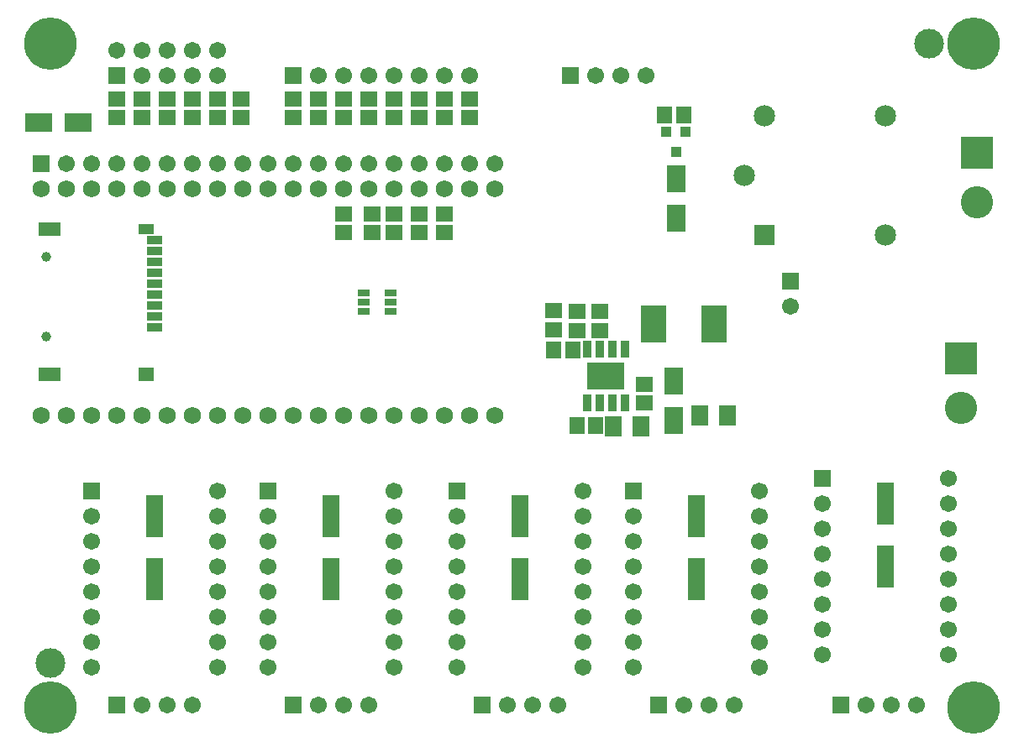
<source format=gbr>
G04 DipTrace 3.3.1.3*
G04 TopMask.gbr*
%MOIN*%
G04 #@! TF.FileFunction,Soldermask,Top*
G04 #@! TF.Part,Single*
%ADD36C,0.11811*%
%ADD61C,0.03937*%
%ADD72R,0.051307X0.031622*%
%ADD74R,0.146189X0.11115*%
%ADD76R,0.032016X0.070992*%
%ADD78C,0.067*%
%ADD80R,0.067X0.067*%
%ADD82C,0.068*%
%ADD84C,0.128*%
%ADD86R,0.128X0.128*%
%ADD88R,0.059181X0.067055*%
%ADD90R,0.039496X0.043433*%
%ADD92C,0.208*%
%ADD94R,0.10052X0.145795*%
%ADD96R,0.084772X0.084772*%
%ADD98C,0.084772*%
%ADD100R,0.063118X0.039496*%
%ADD102R,0.063118X0.055244*%
%ADD104R,0.08674X0.055244*%
%ADD106R,0.059181X0.035559*%
%ADD108C,0.067055*%
%ADD110R,0.067055X0.067055*%
%ADD112C,0.04737*%
%ADD114R,0.074929X0.106425*%
%ADD116R,0.106425X0.074929*%
%ADD118R,0.070992X0.078866*%
%ADD120R,0.067055X0.059181*%
%ADD122R,0.070992X0.171386*%
%FSLAX26Y26*%
G04*
G70*
G90*
G75*
G01*
G04 TopMask*
%LPD*%
D122*
X943700Y1043700D3*
Y1291731D3*
X1643700Y1043700D3*
Y1291731D3*
X2393700Y1043700D3*
Y1291731D3*
D120*
X2886409Y1816254D3*
Y1741451D3*
D122*
X3093700Y1043700D3*
Y1291731D3*
D118*
X2875451Y1650449D3*
X2765214D3*
X3106200Y1693700D3*
X3216436D3*
D120*
X2710409Y2031254D3*
Y2106057D3*
D122*
X3843700Y1093700D3*
Y1341731D3*
D116*
X484898Y2857814D3*
X642378D3*
D114*
X3012451Y2474949D3*
Y2632430D3*
X3003409Y1830218D3*
Y1672738D3*
D36*
X531495Y708661D3*
D112*
D3*
D36*
X4015747Y3169291D3*
D112*
D3*
D110*
X1493700Y3043700D3*
D108*
X1593700D3*
X1693700D3*
X1793700D3*
X1893700D3*
X1993700D3*
X2093700D3*
X2193700D3*
D110*
X793700Y543700D3*
D108*
X893700D3*
X993700D3*
X1093700D3*
D110*
X793700Y3043700D3*
D108*
Y3143700D3*
X893700Y3043700D3*
Y3143700D3*
X993700Y3043700D3*
Y3143700D3*
X1093700Y3043700D3*
Y3143700D3*
X1193700Y3043700D3*
Y3143700D3*
D110*
X1493700Y543700D3*
D108*
X1593700D3*
X1693700D3*
X1793700D3*
D110*
X493700Y2693700D3*
D108*
X593700D3*
X693700D3*
X793700D3*
X893700D3*
X993700D3*
X1093700D3*
X1193700D3*
X1293700D3*
X1393700D3*
X1493700D3*
X1593700D3*
X1693700D3*
X1793700D3*
X1893700D3*
X1993700D3*
X2093700D3*
X2193700D3*
X2293700D3*
D110*
X2243700Y543700D3*
D108*
X2343700D3*
X2443700D3*
X2543700D3*
D110*
X2943700D3*
D108*
X3043700D3*
X3143700D3*
X3243700D3*
D110*
X3468700Y2224951D3*
D108*
Y2124951D3*
D110*
X3668700Y543700D3*
D108*
X3768700D3*
X3868700D3*
X3968700D3*
D106*
X943676Y2043449D3*
Y2086756D3*
Y2130064D3*
Y2173371D3*
Y2216678D3*
Y2259985D3*
Y2303292D3*
Y2346599D3*
Y2389906D3*
D104*
X528322Y1855260D3*
D102*
X910212D3*
D100*
Y2433213D3*
D104*
X528322D3*
D61*
X512574Y2322583D3*
Y2007623D3*
D110*
X2593700Y3043700D3*
D108*
X2693700D3*
X2793700D3*
X2893700D3*
D98*
X3284645Y2645570D3*
D96*
X3363385Y2409350D3*
D98*
Y2881791D3*
X3843700Y2409350D3*
Y2881791D3*
D94*
X2925155Y2055115D3*
X3163344D3*
D92*
X531495Y531495D3*
X4192913D3*
X531495Y3169291D3*
X4192913D3*
D90*
X3049949Y2818700D3*
X2975146D3*
X3012548Y2739960D3*
D120*
X1893700Y2493700D3*
Y2418897D3*
X1993700Y2493700D3*
Y2418897D3*
X2093700Y2493700D3*
Y2418897D3*
X1806200Y2493503D3*
Y2418700D3*
D88*
X2968700Y2887451D3*
X3043503D3*
X2528409Y1953254D3*
X2603212D3*
D120*
X2528409Y2109254D3*
Y2034451D3*
D88*
X2619409Y1654254D3*
X2694212D3*
D120*
X2619409Y2031254D3*
Y2106057D3*
X1693700Y2418700D3*
Y2493503D3*
D86*
X4206200Y2737451D3*
D84*
Y2540600D3*
D86*
X4143700Y1918700D3*
D84*
Y1721850D3*
D82*
X493700Y2593700D3*
X593700D3*
X693700D3*
X793700D3*
X893700D3*
X993700D3*
X1093700D3*
X1193700D3*
X1293700D3*
X1393700D3*
X1493700D3*
X1593700D3*
X1693700D3*
X1793700D3*
X1893700D3*
X1993700D3*
X2093700D3*
X2193700D3*
X2293700D3*
X493700Y1693700D3*
X593700D3*
X693700D3*
X793700D3*
X893700D3*
X993700D3*
X1093700D3*
X1193700D3*
X1293700D3*
X1393700D3*
X1493700D3*
X1593700D3*
X1693700D3*
X1793700D3*
X1893700D3*
X1993700D3*
X2093700D3*
X2193700D3*
X2293700D3*
D80*
X693700Y1393700D3*
D78*
Y1293700D3*
Y1193700D3*
Y1093700D3*
Y993700D3*
Y893700D3*
Y793700D3*
Y693700D3*
X1193700D3*
Y793700D3*
Y893700D3*
Y993700D3*
Y1093700D3*
Y1193700D3*
Y1293700D3*
Y1393700D3*
D80*
X1393700D3*
D78*
Y1293700D3*
Y1193700D3*
Y1093700D3*
Y993700D3*
Y893700D3*
Y793700D3*
Y693700D3*
X1893700D3*
Y793700D3*
Y893700D3*
Y993700D3*
Y1093700D3*
Y1193700D3*
Y1293700D3*
Y1393700D3*
D80*
X2143700D3*
D78*
Y1293700D3*
Y1193700D3*
Y1093700D3*
Y993700D3*
Y893700D3*
Y793700D3*
Y693700D3*
X2643700D3*
Y793700D3*
Y893700D3*
Y993700D3*
Y1093700D3*
Y1193700D3*
Y1293700D3*
Y1393700D3*
D80*
X2843700D3*
D78*
Y1293700D3*
Y1193700D3*
Y1093700D3*
Y993700D3*
Y893700D3*
Y793700D3*
Y693700D3*
X3343700D3*
Y793700D3*
Y893700D3*
Y993700D3*
Y1093700D3*
Y1193700D3*
Y1293700D3*
Y1393700D3*
D76*
X2810039Y1955127D3*
X2760039D3*
X2710039D3*
X2660039D3*
Y1742528D3*
X2710039D3*
X2760039D3*
X2810039D3*
D74*
X2735039Y1848827D3*
D80*
X3593700Y1443700D3*
D78*
Y1343700D3*
Y1243700D3*
Y1143700D3*
Y1043700D3*
Y943700D3*
Y843700D3*
Y743700D3*
X4093700D3*
Y843700D3*
Y943700D3*
Y1043700D3*
Y1143700D3*
Y1243700D3*
Y1343700D3*
Y1443700D3*
D72*
X1774951Y2181200D3*
Y2143798D3*
Y2106397D3*
X1881250D3*
Y2143798D3*
Y2181200D3*
D120*
X893700Y2874951D3*
Y2949754D3*
X1093700Y2874951D3*
Y2949754D3*
X1287451Y2874951D3*
Y2949754D3*
X1493700D3*
Y2874951D3*
X1693700Y2949754D3*
Y2874951D3*
X793700Y2949754D3*
Y2874951D3*
X993700Y2949754D3*
Y2874951D3*
X1193700Y2949754D3*
Y2874951D3*
X1893700Y2949754D3*
Y2874951D3*
X2093700Y2949754D3*
Y2874951D3*
X1593700D3*
Y2949754D3*
X1793700Y2874951D3*
Y2949754D3*
X1993700Y2874951D3*
Y2949754D3*
X2193700Y2874951D3*
Y2949754D3*
M02*

</source>
